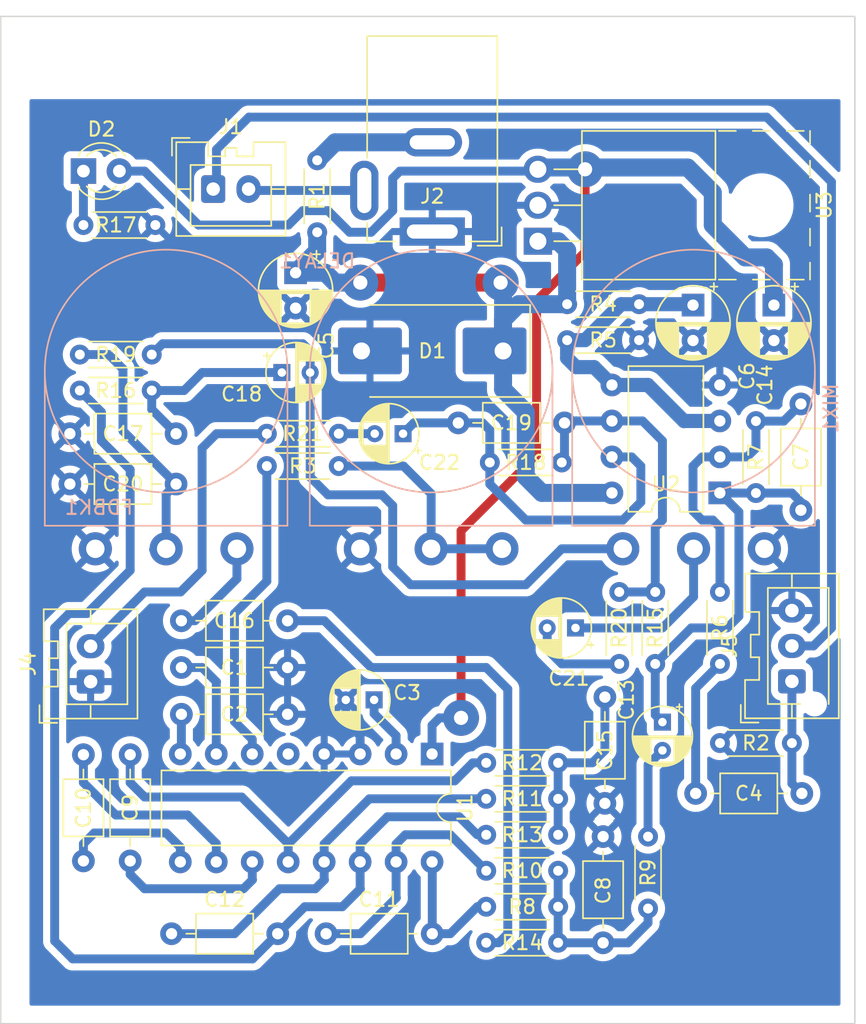
<source format=kicad_pcb>
(kicad_pcb (version 20221018) (generator pcbnew)
  (layers (0 "F.Cu" signal) (31 "B.Cu" signal) (34 "B.Paste" user) (35 "F.Paste" user) (36 "B.SilkS" user "B.Silkscreen") (37 "F.SilkS" user "F.Silkscreen") (38 "B.Mask" user) (39 "F.Mask" user) (44 "Edge.Cuts" user))
  (net 0 "")
  (net 1 "Net-(U1-CC1)")
  (net 2 "Net-(J5-Pin_1)")
  (net 3 "Net-(U1-CC0)")
  (net 4 "Net-(U1-REF)")
  (net 5 "Net-(J1-Pin_1)")
  (net 6 "Net-(C4-Pad2)")
  (net 7 "Net-(D1-K)")
  (net 8 "GND")
  (net 9 "Vref")
  (net 10 "Net-(U2A--)")
  (net 11 "Net-(C13-Pad1)")
  (net 12 "Net-(C8-Pad2)")
  (net 13 "Net-(U1-OP2-OUT)")
  (net 14 "Net-(U1-OP2-IN)")
  (net 15 "Net-(U1-OP1-IN)")
  (net 16 "Net-(U1-OP1-OUT)")
  (net 17 "Net-(U1-LPF1-OUT)")
  (net 18 "Net-(U1-LPF1-IN)")
  (net 19 "Net-(U1-LPF2-IN)")
  (net 20 "Net-(U1-LPF2-OUT)")
  (net 21 "Net-(C13-Pad2)")
  (net 22 "VDD")
  (net 23 "Net-(C15-Pad2)")
  (net 24 "Net-(C16-Pad1)")
  (net 25 "Net-(C16-Pad2)")
  (net 26 "Net-(C17-Pad2)")
  (net 27 "Net-(C18-Pad2)")
  (net 28 "Net-(U2B--)")
  (net 29 "Net-(C19-Pad2)")
  (net 30 "Net-(C20-Pad2)")
  (net 31 "Net-(C21-Pad1)")
  (net 32 "Net-(C21-Pad2)")
  (net 33 "Net-(C22-Pad2)")
  (net 34 "Net-(DELAY1-Pad2)")
  (net 35 "Net-(J1-Pin_2)")
  (net 36 "Net-(J4-Pin_2)")
  (net 37 "Net-(U1-VCO)")
  (net 38 "Net-(D2-K)")
  (net 40 "Net-(J2-Pad2)")
  (footprint "Connector_JST:JST_XA_B02B-XASK-1_1x02_P2.50mm_Vertical" (layer "F.Cu") (at 63.266 37.592)
    (fp_text reference "J1")
    (fp_text value "IN")
  )
  (footprint "Resistor_THT:R_Axial_DIN0204_L3.6mm_D1.6mm_P5.08mm_Horizontal" (layer "F.Cu") (at 94.488 66.04 -90)
    (fp_text reference "R15")
    (fp_text value "22K")
  )
  (footprint "Resistor_THT:R_Axial_DIN0204_L3.6mm_D1.6mm_P5.08mm_Horizontal" (layer "F.Cu") (at 82.55 83.185)
    (fp_text reference "R13")
    (fp_text value "20K")
  )
  (footprint "Resistor_THT:R_Axial_DIN0204_L3.6mm_D1.6mm_P5.08mm_Horizontal" (layer "F.Cu") (at 99.06 76.708)
    (fp_text reference "R2")
    (fp_text value "1M")
  )
  (footprint "Capacitor_THT:CP_Radial_D4.0mm_P2.00mm" (layer "F.Cu") (at 68.115401 50.546)
    (fp_text reference "C18")
    (fp_text value "1uF")
  )
  (footprint "Capacitor_THT:C_Axial_L3.8mm_D2.6mm_P7.50mm_Horizontal" (layer "F.Cu") (at 57.404 77.53 -90)
    (fp_text reference "C9")
    (fp_text value "100nF")
  )
  (footprint "Resistor_THT:R_Axial_DIN0204_L3.6mm_D1.6mm_P5.08mm_Horizontal" (layer "F.Cu") (at 87.63 85.725 180)
    (fp_text reference "R10")
    (fp_text value "10K")
  )
  (footprint "Resistor_THT:R_Axial_DIN0204_L3.6mm_D1.6mm_P5.08mm_Horizontal" (layer "F.Cu") (at 67.056 54.864)
    (fp_text reference "R21")
    (fp_text value "1K")
  )
  (footprint "Capacitor_THT:C_Axial_L3.8mm_D2.6mm_P7.50mm_Horizontal" (layer "F.Cu") (at 90.805 83.312 -90)
    (fp_text reference "C8")
    (fp_text value "4n7F")
  )
  (footprint "Resistor_THT:R_Axial_DIN0204_L3.6mm_D1.6mm_P5.08mm_Horizontal" (layer "F.Cu") (at 82.55 78.105)
    (fp_text reference "R12")
    (fp_text value "10K")
  )
  (footprint "Capacitor_THT:CP_Radial_D4.0mm_P2.00mm" (layer "F.Cu") (at 76.676 54.864 180)
    (fp_text reference "C22")
    (fp_text value "1uF")
  )
  (footprint "LED_THT:LED_D3.0mm_IRBlack" (layer "F.Cu") (at 54.102 36.322)
    (fp_text reference "D2")
    (fp_text value "IR204A")
  )
  (footprint "Capacitor_THT:C_Axial_L3.8mm_D2.6mm_P7.50mm_Horizontal" (layer "F.Cu") (at 88.078 54.102 180)
    (fp_text reference "C19")
    (fp_text value "100pF")
  )
  (footprint "Resistor_THT:R_Axial_DIN0204_L3.6mm_D1.6mm_P5.08mm_Horizontal" (layer "F.Cu") (at 72.136 57.15 180)
    (fp_text reference "R3")
    (fp_text value "2K7")
  )
  (footprint "Resistor_THT:R_Axial_DIN0204_L3.6mm_D1.6mm_P5.08mm_Horizontal" (layer "F.Cu") (at 101.6 59.055 90)
    (fp_text reference "R7")
    (fp_text value "360K")
  )
  (footprint "Capacitor_THT:CP_Radial_D4.0mm_P2.00mm" (layer "F.Cu") (at 88.8566 68.58 180)
    (fp_text reference "C21")
    (fp_text value "1uF")
  )
  (footprint "Diode_SMD:D_SMC-RM10_Universal_Handsoldering" (layer "F.Cu") (at 78.74 49.022 180)
    (fp_text reference "D1")
    (fp_text value "D")
  )
  (footprint "Capacitor_THT:C_Axial_L3.8mm_D2.6mm_P7.50mm_Horizontal" (layer "F.Cu") (at 90.932 80.966 90)
    (fp_text reference "C15")
    (fp_text value "15nF")
  )
  (footprint "Capacitor_THT:C_Axial_L3.8mm_D2.6mm_P7.50mm_Horizontal" (layer "F.Cu") (at 104.842 80.264 180)
    (fp_text reference "C4")
    (fp_text value "22nF")
  )
  (footprint "Capacitor_THT:C_Axial_L3.8mm_D2.6mm_P7.50mm_Horizontal" (layer "F.Cu") (at 61.02 71.374)
    (fp_text reference "C1")
    (fp_text value "100nF")
  )
  (footprint "Capacitor_THT:CP_Radial_D5.0mm_P2.50mm" (layer "F.Cu") (at 102.87 45.784888 -90)
    (fp_text reference "C14")
    (fp_text value "100uF")
  )
  (footprint "Resistor_THT:R_Axial_DIN0204_L3.6mm_D1.6mm_P5.08mm_Horizontal" (layer "F.Cu") (at 99.06 66.04 -90)
    (fp_text reference "R6")
    (fp_text value "180K")
  )
  (footprint "Package_TO_SOT_THT:TO-220F-3_Horizontal_TabUp" (layer "F.Cu") (at 86.2 41.275 90)
    (fp_text reference "U3")
    (fp_text value "L7805")
  )
  (footprint "Connector_JST:JST_XA_B03B-XASK-1-A_1x03_P2.50mm_Vertical" (layer "F.Cu") (at 104.14 72.35 90)
    (fp_text reference "J5")
    (fp_text value "IN")
  )
  (footprint "Connector_JST:JST_XA_B02B-XASK-1_1x02_P2.50mm_Vertical" (layer "F.Cu") (at 54.61 72.37 90)
    (fp_text reference "J4")
    (fp_text value "IN")
  )
  (footprint "Capacitor_THT:C_Axial_L3.8mm_D2.6mm_P7.50mm_Horizontal" (layer "F.Cu") (at 61.02 68.072)
    (fp_text reference "C16")
    (fp_text value "22nF")
  )
  (footprint "Capacitor_THT:C_Axial_L3.8mm_D2.6mm_P7.50mm_Horizontal" (layer "F.Cu") (at 61.02 74.676)
    (fp_text reference "C2")
    (fp_text value "100nF")
  )
  (footprint "Capacitor_THT:CP_Radial_D5.0mm_P2.50mm" (layer "F.Cu") (at 69.088 43.498888 -90)
    (fp_text reference "C5")
    (fp_text value "100uF")
  )
  (footprint "Resistor_THT:R_Axial_DIN0204_L3.6mm_D1.6mm_P5.08mm_Horizontal" (layer "F.Cu") (at 87.63 88.265 180)
    (fp_text reference "R8")
    (fp_text value "10K")
  )
  (footprint "Resistor_THT:R_Axial_DIN0204_L3.6mm_D1.6mm_P5.08mm_Horizontal" (layer "F.Cu") (at 82.55 80.645)
    (fp_text reference "R11")
    (fp_text value "10K")
  )
  (footprint "Capacitor_THT:CP_Radial_D4.0mm_P2.00mm" (layer "F.Cu") (at 94.996 75.227401 -90)
    (fp_text reference "C13")
    (fp_text value "1uF")
  )
  (footprint "Capacitor_THT:C_Axial_L3.8mm_D2.6mm_P7.50mm_Horizontal" (layer "F.Cu") (at 60.325 90.17)
    (fp_text reference "C12")
    (fp_text value "2n2F")
  )
  (footprint "Resistor_THT:R_Axial_DIN0204_L3.6mm_D1.6mm_P5.08mm_Horizontal" (layer "F.Cu") (at 53.848 51.816)
    (fp_text reference "R16")
    (fp_text value "1K")
  )
  (footprint "Capacitor_THT:CP_Radial_D5.0mm_P2.50mm" (layer "F.Cu") (at 97.155 45.784888 -90)
    (fp_text reference "C6")
    (fp_text value "100uF")
  )
  (footprint "Capacitor_THT:C_Axial_L3.8mm_D2.6mm_P7.50mm_Horizontal" (layer "F.Cu") (at 53.146 58.42)
    (fp_text reference "C20")
    (fp_text value "47nF")
  )
  (footprint "Capacitor_THT:CP_Radial_D4.0mm_P2.00mm" (layer "F.Cu") (at 74.6326 73.66 180)
    (fp_text reference "C3")
    (fp_text value "47uF")
  )
  (footprint "Resistor_THT:R_Axial_DIN0204_L3.6mm_D1.6mm_P5.08mm_Horizontal" (layer "F.Cu") (at 93.345 48.26 180)
    (fp_text reference "R5")
    (fp_text value "10k")
  )
  (footprint "Connector_BarrelJack:BarrelJack_GCT_DCJ200-10-A_Horizontal" (layer "F.Cu") (at 78.74 40.59 180)
    (fp_text reference "J2")
    (fp_text value "Barrel_Jack_Switch")
  )
  (footprint "Resistor_THT:R_Axial_DIN0204_L3.6mm_D1.6mm_P5.08mm_Horizontal" (layer "F.Cu") (at 93.98 83.312 -90)
    (fp_text reference "R9")
    (fp_text value "10K")
  )
  (footprint "Capacitor_THT:C_Axial_L3.8mm_D2.6mm_P7.50mm_Horizontal" (layer "F.Cu") (at 71.24 90.17)
    (fp_text reference "C11")
    (fp_text value "2n2F")
  )
  (footprint "Capacitor_THT:C_Axial_L3.8mm_D2.6mm_P7.50mm_Horizontal" (layer "F.Cu") (at 54.102 77.53 -90)
    (fp_text reference "C10")
    (fp_text value "100nF")
  )
  (footprint "Resistor_THT:R_Axial_DIN0204_L3.6mm_D1.6mm_P5.08mm_Horizontal" (layer "F.Cu") (at 82.55 90.805)
    (fp_text reference "R14")
    (fp_text value "5K1")
  )
  (footprint "Resistor_THT:R_Axial_DIN0204_L3.6mm_D1.6mm_P5.08mm_Horizontal" (layer "F.Cu") (at 58.928 49.276 180)
    (fp_text reference "R19")
    (fp_text value "2K")
  )
  (footprint "Resistor_THT:R_Axial_DIN0204_L3.6mm_D1.6mm_P5.08mm_Horizontal" (layer "F.Cu") (at 59.182 40.132 180)
    (fp_text reference "R17")
    (fp_text value "10k")
  )
  (footprint "Capacitor_THT:C_Axial_L3.8mm_D2.6mm_P7.50mm_Horizontal" (layer "F.Cu") (at 104.775 52.765 -90)
    (fp_text reference "C7")
    (fp_text value "47pF")
  )
  (footprint "Resistor_THT:R_Axial_DIN0204_L3.6mm_D1.6mm_P5.08mm_Horizontal" (layer "F.Cu") (at 93.345 45.72 180)
    (fp_text reference "R4")
    (fp_text value "10k")
  )
  (footprint "Resistor_THT:R_Axial_DIN0204_L3.6mm_D1.6mm_P5.08mm_Horizontal" (layer "F.Cu") (at 82.804 56.896)
    (fp_text reference "R18")
    (fp_text value "12K")
  )
  (footprint "Resistor_THT:R_Axial_DIN0204_L3.6mm_D1.6mm_P5.08mm_Horizontal" (layer "F.Cu") (at 91.948 71.12 90)
    (fp_text reference "R20")
    (fp_text value "20K")
  )
  (footprint "Capacitor_THT:C_Axial_L3.8mm_D2.6mm_P7.50mm_Horizontal" (layer "F.Cu") (at 53.146 54.864)
    (fp_text reference "C17")
    (fp_text value "10nF")
  )
  (footprint "Package_DIP:DIP-16_W7.62mm" (layer "F.Cu") (at 78.725 77.48 -90)
    (fp_text reference "U1")
    (fp_text value "PT2399")
  )
  (footprint "Resistor_THT:R_Axial_DIN0204_L3.6mm_D1.6mm_P5.08mm_Horizontal" (layer "F.Cu") (at 70.612 35.56 -90)
    (fp_text reference "R1")
    (fp_text value "33R")
  )
  (footprint "Package_DIP:DIP-8_W7.62mm" (layer "F.Cu") (at 99.05 59.045 180)
    (fp_text reference "U2")
    (fp_text value "TL072")
  )
  (footprint "Potentiometer_THT:Potentiometer_Omeg_PC16BU_Vertical" (layer "B.Cu") (at 54.944 62.992 90)
    (fp_text reference "FDBK1")
    (fp_text value "50K")
  )
  (footprint "Potentiometer_THT:Potentiometer_Omeg_PC16BU_Vertical" (layer "B.Cu") (at 92.195 62.992 90)
    (fp_text reference "MIX1")
    (fp_text value "50K")
  )
  (footprint "Potentiometer_THT:Potentiometer_Omeg_PC16BU_Vertical" (layer "B.Cu") (at 73.66 62.992 90)
    (fp_text reference "DELAY1")
    (fp_text value "50K")
  )
  (gr_rect (start 48.26 25.4) (end 108.585 96.52) (stroke (width 0.1)) (fill none) (layer "Edge.Cuts"))
  (segment (start 63.5 72.39) (end 63.485 72.405) (width 0.63) (layer "B.Cu") (net 1))
  (segment (start 61.02 71.374) (end 62.484 71.374) (width 0.63) (layer "B.Cu") (net 1))
  (segment (start 63.485 72.405) (end 63.485 77.48) (width 0.63) (layer "B.Cu") (net 1))
  (segment (start 62.484 71.374) (end 63.5 72.39) (width 0.63) (layer "B.Cu") (net 1))
  (segment (start 104.14 72.37) (end 104.14 76.708) (width 0.63) (layer "B.Cu") (net 2))
  (segment (start 104.14 76.708) (end 104.14 79.562) (width 0.63) (layer "B.Cu") (net 2))
  (segment (start 104.14 79.562) (end 104.842 80.264) (width 0.63) (layer "B.Cu") (net 2))
  (segment (start 61.02 77.405) (end 60.945 77.48) (width 0.63) (layer "B.Cu") (net 3))
  (segment (start 61.02 74.295) (end 61.02 77.405) (width 0.63) (layer "B.Cu") (net 3))
  (segment (start 76.185 76.185) (end 74.6326 74.6326) (width 0.63) (layer "B.Cu") (net 4))
  (segment (start 76.185 77.48) (end 76.185 76.185) (width 0.63) (layer "B.Cu") (net 4))
  (segment (start 74.6326 74.6326) (end 74.6326 73.66) (width 0.63) (layer "B.Cu") (net 4))
  (segment (start 65.786 32.512) (end 63.5 34.798) (width 0.63) (layer "B.Cu") (net 5))
  (segment (start 63.5 37.358) (end 63.266 37.592) (width 0.63) (layer "B.Cu") (net 5))
  (segment (start 63.5 34.798) (end 63.5 37.358) (width 0.63) (layer "B.Cu") (net 5))
  (segment (start 106.934 68.58) (end 106.934 37.084) (width 0.63) (layer "B.Cu") (net 5))
  (segment (start 105.664 69.85) (end 106.934 68.58) (width 0.63) (layer "B.Cu") (net 5))
  (segment (start 102.362 32.512) (end 65.786 32.512) (width 0.63) (layer "B.Cu") (net 5))
  (segment (start 104.14 69.85) (end 105.664 69.85) (width 0.63) (layer "B.Cu") (net 5))
  (segment (start 106.934 37.084) (end 102.362 32.512) (width 0.63) (layer "B.Cu") (net 5))
  (segment (start 97.342 80.264) (end 97.342 72.838) (width 0.63) (layer "B.Cu") (net 6))
  (segment (start 97.342 72.838) (end 99.06 71.12) (width 0.63) (layer "B.Cu") (net 6))
  (segment (start 83.566 44.196) (end 73.66 44.196) (width 1.27) (layer "F.Cu") (net 7))
  (via (at 73.66 44.196) (size 2.54) (drill 1) (layers "F.Cu" "B.Cu") (net 7))
  (via (at 83.566 44.196) (size 2.54) (drill 1) (layers "F.Cu" "B.Cu") (net 7))
  (segment (start 69.152888 43.434) (end 69.088 43.498888) (width 1.27) (layer "B.Cu") (net 7))
  (segment (start 86.477 59.045) (end 85.344 57.912) (width 1.27) (layer "B.Cu") (net 7))
  (segment (start 85.344 53.34) (end 83.74 51.736) (width 1.27) (layer "B.Cu") (net 7))
  (segment (start 83.74 49.022) (end 83.74 44.37) (width 1.27) (layer "B.Cu") (net 7))
  (segment (start 71.882 44.196) (end 71.184888 43.498888) (width 1.27) (layer "B.Cu") (net 7))
  (segment (start 83.74 51.736) (end 83.74 49.022) (width 1.27) (layer "B.Cu") (net 7))
  (segment (start 87.63 41.275) (end 88.265 41.91) (width 1.27) (layer "B.Cu") (net 7))
  (segment (start 70.612 40.64) (end 70.547113 40.704887) (width 1.27) (layer "B.Cu") (net 7))
  (segment (start 71.184888 43.498888) (end 69.088 43.498888) (width 1.27) (layer "B.Cu") (net 7))
  (segment (start 70.612 41.974888) (end 69.088 43.498888) (width 1.27) (layer "B.Cu") (net 7))
  (segment (start 91.43 59.045) (end 86.477 59.045) (width 1.27) (layer "B.Cu") (net 7))
  (segment (start 83.74 49.022) (end 82.978 48.26) (width 1.27) (layer "B.Cu") (net 7))
  (segment (start 88.265 41.91) (end 88.265 45.72) (width 1.27) (layer "B.Cu") (net 7))
  (segment (start 88.265 45.72) (end 84.836 45.72) (width 1.27) (layer "B.Cu") (net 7))
  (segment (start 83.74 44.37) (end 83.566 44.196) (width 1.27) (layer "B.Cu") (net 7))
  (segment (start 73.66 44.196) (end 71.882 44.196) (width 1.27) (layer "B.Cu") (net 7))
  (segment (start 85.344 57.912) (end 85.344 53.34) (width 1.27) (layer "B.Cu") (net 7))
  (segment (start 83.74 46.816) (end 83.74 48.26) (width 1.27) (layer "B.Cu") (net 7))
  (segment (start 86.2 41.275) (end 87.63 41.275) (width 1.27) (layer "B.Cu") (net 7))
  (segment (start 84.836 45.72) (end 83.74 46.816) (width 1.27) (layer "B.Cu") (net 7))
  (segment (start 70.612 40.64) (end 70.612 41.974888) (width 1.27) (layer "B.Cu") (net 7))
  (segment (start 83.74 48.26) (end 83.74 49.022) (width 1.27) (layer "B.Cu") (net 7))
  (segment (start 73.645 77.48) (end 73.645 76.185) (width 0.63) (layer "B.Cu") (net 8))
  (segment (start 73.645 76.185) (end 72.6326 75.1726) (width 0.63) (layer "B.Cu") (net 8))
  (segment (start 72.6326 75.1726) (end 72.6326 73.66) (width 0.63) (layer "B.Cu") (net 8))
  (segment (start 88.265 49.53) (end 88.265 48.26) (width 1) (layer "B.Cu") (net 9))
  (segment (start 90.17 50.165) (end 88.9 50.165) (width 1) (layer "B.Cu") (net 9))
  (segment (start 96.52 53.975) (end 93.97 51.425) (width 1) (layer "B.Cu") (net 9))
  (segment (start 88.9 50.165) (end 88.265 49.53) (width 1) (layer "B.Cu") (net 9))
  (segment (start 96.53 53.965) (end 96.52 53.975) (width 1) (layer "B.Cu") (net 9))
  (segment (start 93.345 45.72) (end 92.075 45.72) (width 1) (layer "B.Cu") (net 9))
  (segment (start 93.97 51.425) (end 91.43 51.425) (width 1) (layer "B.Cu") (net 9))
  (segment (start 97.090112 45.72) (end 97.155 45.784888) (width 1) (layer "B.Cu") (net 9))
  (segment (start 89.535 48.26) (end 88.265 48.26) (width 1) (layer "B.Cu") (net 9))
  (segment (start 93.345 45.72) (end 97.090112 45.72) (width 1) (layer "B.Cu") (net 9))
  (segment (start 91.43 51.425) (end 90.17 50.165) (width 1) (layer "B.Cu") (net 9))
  (segment (start 99.06 53.965) (end 96.53 53.965) (width 1) (layer "B.Cu") (net 9))
  (segment (start 92.075 45.72) (end 89.535 48.26) (width 1) (layer "B.Cu") (net 9))
  (segment (start 101.6 53.975) (end 103.565 53.975) (width 0.63) (layer "B.Cu") (net 10))
  (segment (start 100.975 56.505) (end 97.8 56.505) (width 0.63) (layer "B.Cu") (net 10))
  (segment (start 97.8 56.505) (end 97.155 57.15) (width 0.63) (layer "B.Cu") (net 10))
  (segment (start 98.552 60.96) (end 99.06 61.468) (width 0.63) (layer "B.Cu") (net 10))
  (segment (start 99.06 61.468) (end 99.06 66.04) (width 0.63) (layer "B.Cu") (net 10))
  (segment (start 97.79 60.96) (end 98.552 60.96) (width 0.63) (layer "B.Cu") (net 10))
  (segment (start 97.155 57.15) (end 97.155 60.325) (width 0.63) (layer "B.Cu") (net 10))
  (segment (start 101.6 53.975) (end 101.6 55.88) (width 0.63) (layer "B.Cu") (net 10))
  (segment (start 101.6 55.88) (end 100.975 56.505) (width 0.63) (layer "B.Cu") (net 10))
  (segment (start 97.155 60.325) (end 97.79 60.96) (width 0.63) (layer "B.Cu") (net 10))
  (segment (start 103.565 53.975) (end 104.775 52.765) (width 0.63) (layer "B.Cu") (net 10))
  (segment (start 99.05 59.045) (end 100.398 60.393) (width 0.63) (layer "B.Cu") (net 11))
  (segment (start 104.14 59.055) (end 102.235 59.055) (width 0.63) (layer "B.Cu") (net 11))
  (segment (start 100.398 67.75) (end 99.568 68.58) (width 0.63) (layer "B.Cu") (net 11))
  (segment (start 100.398 60.393) (end 100.398 67.75) (width 0.63) (layer "B.Cu") (net 11))
  (segment (start 102.235 59.055) (end 99.695 59.055) (width 0.63) (layer "B.Cu") (net 11))
  (segment (start 94.488 71.12) (end 94.488 74.719401) (width 0.63) (layer "B.Cu") (net 11))
  (segment (start 99.695 59.055) (end 99.685 59.045) (width 0.63) (layer "B.Cu") (net 11))
  (segment (start 97.028 68.58) (end 94.488 71.12) (width 0.63) (layer "B.Cu") (net 11))
  (segment (start 99.568 68.58) (end 97.028 68.58) (width 0.63) (layer "B.Cu") (net 11))
  (segment (start 94.488 74.719401) (end 94.996 75.227401) (width 0.63) (layer "B.Cu") (net 11))
  (segment (start 104.775 59.69) (end 104.14 59.055) (width 0.63) (layer "B.Cu") (net 11))
  (segment (start 104.775 60.265) (end 104.775 59.69) (width 0.63) (layer "B.Cu") (net 11))
  (segment (start 87.63 90.805) (end 87.63 88.265) (width 0.63) (layer "B.Cu") (net 12))
  (segment (start 87.637 90.812) (end 87.63 90.805) (width 0.63) (layer "B.Cu") (net 12))
  (segment (start 93.98 88.392) (end 93.98 89.408) (width 0.63) (layer "B.Cu") (net 12))
  (segment (start 90.805 90.812) (end 87.637 90.812) (width 0.63) (layer "B.Cu") (net 12))
  (segment (start 93.98 89.408) (end 92.576 90.812) (width 0.63) (layer "B.Cu") (net 12))
  (segment (start 92.576 90.812) (end 90.805 90.812) (width 0.63) (layer "B.Cu") (net 12))
  (segment (start 87.63 85.725) (end 87.63 88.265) (width 0.63) (layer "B.Cu") (net 12))
  (segment (start 57.404 79.502) (end 58.42 80.518) (width 0.63) (layer "B.Cu") (net 13))
  (segment (start 68.565 84.47) (end 68.565 85.1) (width 0.63) (layer "B.Cu") (net 13))
  (segment (start 65.278 80.518) (end 68.565 83.805) (width 0.63) (layer "B.Cu") (net 13))
  (segment (start 68.565 83.805) (end 68.565 85.1) (width 0.63) (layer "B.Cu") (net 13))
  (segment (start 58.42 80.518) (end 65.278 80.518) (width 0.63) (layer "B.Cu") (net 13))
  (segment (start 82.55 78.105) (end 81.5975 78.105) (width 0.63) (layer "B.Cu") (net 13))
  (segment (start 81.5975 78.105) (end 80.3275 79.375) (width 0.63) (layer "B.Cu") (net 13))
  (segment (start 80.3275 79.375) (end 73.025 79.375) (width 0.63) (layer "B.Cu") (net 13))
  (segment (start 57.404 77.53) (end 57.404 79.502) (width 0.63) (layer "B.Cu") (net 13))
  (segment (start 73.025 79.375) (end 68.595 83.805) (width 0.63) (layer "B.Cu") (net 13))
  (segment (start 68.595 83.805) (end 68.565 83.805) (width 0.63) (layer "B.Cu") (net 13))
  (segment (start 66.025 86.345) (end 66.025 85.1) (width 0.63) (layer "B.Cu") (net 14))
  (segment (start 57.404 85.03) (end 57.404 85.979) (width 0.63) (layer "B.Cu") (net 14))
  (segment (start 65.405 86.995) (end 66.04 86.36) (width 0.63) (layer "B.Cu") (net 14))
  (segment (start 57.404 85.979) (end 58.42 86.995) (width 0.63) (layer "B.Cu") (net 14))
  (segment (start 58.42 86.995) (end 65.405 86.995) (width 0.63) (layer "B.Cu") (net 14))
  (segment (start 66.04 86.36) (end 66.025 86.345) (width 0.63) (layer "B.Cu") (net 14))
  (segment (start 61.468 81.788) (end 63.485 83.805) (width 0.63) (layer "B.Cu") (net 15))
  (segment (start 54.102 79.502) (end 56.388 81.788) (width 0.63) (layer "B.Cu") (net 15))
  (segment (start 63.485 83.805) (end 63.485 85.1) (width 0.63) (layer "B.Cu") (net 15))
  (segment (start 54.102 77.53) (end 54.102 79.502) (width 0.63) (layer "B.Cu") (net 15))
  (segment (start 56.388 81.788) (end 61.468 81.788) (width 0.63) (layer "B.Cu") (net 15))
  (segment (start 54.102 83.82) (end 54.864 83.058) (width 0.63) (layer "B.Cu") (net 16))
  (segment (start 54.864 83.058) (end 59.944 83.058) (width 0.63) (layer "B.Cu") (net 16))
  (segment (start 60.945 84.059) (end 60.945 85.1) (width 0.63) (layer "B.Cu") (net 16))
  (segment (start 59.944 83.058) (end 60.945 84.059) (width 0.63) (layer "B.Cu") (net 16))
  (segment (start 54.102 85.03) (end 54.102 83.82) (width 0.63) (layer "B.Cu") (net 16))
  (segment (start 76.2 87.63) (end 76.185 87.615) (width 0.63) (layer "B.Cu") (net 17))
  (segment (start 82.55 85.725) (end 80.01 83.185) (width 0.63) (layer "B.Cu") (net 17))
  (segment (start 73.66 90.17) (end 76.2 87.63) (width 0.63) (layer "B.Cu") (net 17))
  (segment (start 76.185 83.835) (end 76.185 85.1) (width 0.63) (layer "B.Cu") (net 17))
  (segment (start 76.835 83.185) (end 76.185 83.835) (width 0.63) (layer "B.Cu") (net 17))
  (segment (start 71.24 90.17) (end 73.66 90.17) (width 0.63) (layer "B.Cu") (net 17))
  (segment (start 76.185 87.615) (end 76.185 85.1) (width 0.63) (layer "B.Cu") (net 17))
  (segment (start 80.01 83.185) (end 76.835 83.185) (width 0.63) (layer "B.Cu") (net 17))
  (segment (start 78.74 90.17) (end 80.01 90.17) (width 0.63) (layer "B.Cu") (net 18))
  (segment (start 78.74 85.115) (end 78.725 85.1) (width 0.63) (layer "B.Cu") (net 18))
  (segment (start 80.01 90.17) (end 81.915 88.265) (width 0.63) (layer "B.Cu") (net 18))
  (segment (start 78.74 90.17) (end 78.74 85.115) (width 0.63) (layer "B.Cu") (net 18))
  (segment (start 81.915 88.265) (end 82.55 88.265) (width 0.63) (layer "B.Cu") (net 18))
  (segment (start 71.12 86.36) (end 71.105 86.345) (width 0.63) (layer "B.Cu") (net 19))
  (segment (start 60.325 90.17) (end 64.77 90.17) (width 0.63) (layer "B.Cu") (net 19))
  (segment (start 82.55 80.645) (end 74.295 80.645) (width 0.63) (layer "B.Cu") (net 19))
  (segment (start 64.77 90.17) (end 67.945 86.995) (width 0.63) (layer "B.Cu") (net 19))
  (segment (start 70.485 86.995) (end 71.12 86.36) (width 0.63) (layer "B.Cu") (net 19))
  (segment (start 67.945 86.995) (end 70.485 86.995) (width 0.63) (layer "B.Cu") (net 19))
  (segment (start 74.295 80.645) (end 71.105 83.835) (width 0.63) (layer "B.Cu") (net 19))
  (segment (start 71.105 83.835) (end 71.105 85.1) (width 0.63) (layer "B.Cu") (net 19))
  (segment (start 71.105 86.345) (end 71.105 85.1) (width 0.63) (layer "B.Cu") (net 19))
  (segment (start 66.047 91.948) (end 67.825 90.17) (width 0.63) (layer "B.Cu") (net 20))
  (segment (start 81.915 83.185) (end 80.645 81.915) (width 0.63) (layer "B.Cu") (net 20))
  (segment (start 52.07 90.678) (end 53.34 91.948) (width 0.63) (layer "B.Cu") (net 20))
  (segment (start 73.645 83.835) (end 73.645 85.1) (width 0.63) (layer "B.Cu") (net 20))
  (segment (start 55.372 55.372) (end 57.404 57.404) (width 0.63) (layer "B.Cu") (net 20))
  (segment (start 53.086 67.564) (end 52.07 68.58) (width 0.63) (layer "B.Cu") (net 20))
  (segment (start 57.404 57.404) (end 57.404 64.516) (width 0.63) (layer "B.Cu") (net 20))
  (segment (start 69.73 88.265) (end 72.39 88.265) (width 0.63) (layer "B.Cu") (net 20))
  (segment (start 67.825 90.17) (end 69.73 88.265) (width 0.63) (layer "B.Cu") (net 20))
  (segment (start 55.372 53.34) (end 55.372 55.372) (width 0.63) (layer "B.Cu") (net 20))
  (segment (start 54.356 67.564) (end 53.086 67.564) (width 0.63) (layer "B.Cu") (net 20))
  (segment (start 80.645 81.915) (end 75.565 81.915) (width 0.63) (layer "B.Cu") (net 20))
  (segment (start 52.07 68.58) (end 52.07 90.678) (width 0.63) (layer "B.Cu") (net 20))
  (segment (start 75.565 81.915) (end 73.645 83.835) (width 0.63) (layer "B.Cu") (net 20))
  (segment (start 57.404 64.516) (end 54.356 67.564) (width 0.63) (layer "B.Cu") (net 20))
  (segment (start 73.66 86.995) (end 73.645 86.98) (width 0.63) (layer "B.Cu") (net 20))
  (segment (start 53.34 91.948) (end 66.047 91.948) (width 0.63) (layer "B.Cu") (net 20))
  (segment (start 72.39 88.265) (end 73.66 86.995) (width 0.63) (layer "B.Cu") (net 20))
  (segment (start 53.848 51.816) (end 55.372 53.34) (width 0.63) (layer "B.Cu") (net 20))
  (segment (start 73.645 86.98) (end 73.645 85.1) (width 0.63) (layer "B.Cu") (net 20))
  (segment (start 93.98 78.243401) (end 94.996 77.227401) (width 0.63) (layer "B.Cu") (net 21))
  (segment (start 93.98 83.312) (end 93.98 78.243401) (width 0.63) (layer "B.Cu") (net 21))
  (segment (start 89.535 42.037) (end 86.106 45.466) (width 0.63) (layer "F.Cu") (net 22))
  (segment (start 89.535 36.195) (end 89.535 42.037) (width 0.63) (layer "F.Cu") (net 22))
  (segment (start 86.106 45.466) (end 86.106 56.388) (width 0.63) (layer "F.Cu") (net 22))
  (segment (start 80.772 61.722) (end 80.772 74.93) (width 0.63) (layer "F.Cu") (net 22))
  (segment (start 86.106 56.388) (end 80.772 61.722) (width 0.63) (layer "F.Cu") (net 22))
  (via (at 80.772 74.93) (size 2.54) (drill 1) (layers "F.Cu" "B.Cu") (net 22))
  (via (at 89.535 36.195) (size 2.54) (drill 1) (layers "F.Cu" "B.Cu") (net 22))
  (segment (start 98.552 40.132) (end 98.552 37.846) (width 1.27) (layer "B.Cu") (net 22))
  (segment (start 76.454 36.322) (end 86.073 36.322) (width 0.63) (layer "B.Cu") (net 22))
  (segment (start 74.422 40.64) (end 75.946 39.116) (width 0.63) (layer "B.Cu") (net 22))
  (segment (start 86.073 36.322) (end 86.2 36.195) (width 0.63) (layer "B.Cu") (net 22))
  (segment (start 89.408 36.068) (end 86.327 36.068) (width 1.27) (layer "B.Cu") (net 22))
  (segment (start 78.725 75.453) (end 79.248 74.93) (width 0.63) (layer "B.Cu") (net 22))
  (segment (start 102.87 45.784888) (end 102.87 42.926) (width 1.27) (layer "B.Cu") (net 22))
  (segment (start 102.87 42.926) (end 102.362 42.418) (width 1.27) (layer "B.Cu") (net 22))
  (segment (start 79.248 74.93) (end 80.772 74.93) (width 0.63) (layer "B.Cu") (net 22))
  (segment (start 89.662 36.068) (end 89.535 36.195) (width 1.27) (layer "B.Cu") (net 22))
  (segment (start 102.362 42.418) (end 100.838 42.418) (width 1.27) (layer "B.Cu") (net 22))
  (segment (start 56.642 36.322) (end 58.42 36.322) (width 0.63) (layer "B.Cu") (net 22))
  (segment (start 68.58 40.132) (end 69.596 39.116) (width 0.63) (layer "B.Cu") (net 22))
  (segment (start 78.725 77.48) (end 78.725 75.453) (width 0.63) (layer "B.Cu") (net 22))
  (segment (start 98.552 37.846) (end 96.774 36.068) (width 1.27) (layer "B.Cu") (net 22))
  (segment (start 58.42 36.322) (end 62.23 40.132) (width 0.63) (layer "B.Cu") (net 22))
  (segment (start 89.535 36.195) (end 89.408 36.068) (width 1.27) (layer "B.Cu") (net 22))
  (segment (start 96.774 36.068) (end 89.662 36.068) (width 1.27) (layer "B.Cu") (net 22))
  (segment (start 100.838 42.418) (end 98.552 40.132) (width 1.27) (layer "B.Cu") (net 22))
  (segment (start 72.898 40.64) (end 74.422 40.64) (width 0.63) (layer "B.Cu") (net 22))
  (segment (start 71.374 39.116) (end 72.898 40.64) (width 0.63) (layer "B.Cu") (net 22))
  (segment (start 69.596 39.116) (end 71.374 39.116) (width 0.63) (layer "B.Cu") (net 22))
  (segment (start 75.946 39.116) (end 75.946 36.83) (width 0.63) (layer "B.Cu") (net 22))
  (segment (start 62.23 40.132) (end 68.58 40.132) (width 0.63) (layer "B.Cu") (net 22))
  (segment (start 86.327 36.068) (end 86.2 36.195) (width 1.27) (layer "B.Cu") (net 22))
  (segment (start 75.946 36.83) (end 76.454 36.322) (width 0.63) (layer "B.Cu") (net 22))
  (segment (start 87.63 80.645) (end 87.63 78.105) (width 0.63) (layer "B.Cu") (net 23))
  (segment (start 87.63 83.185) (end 87.63 80.645) (width 0.63) (layer "B.Cu") (net 23))
  (segment (start 87.63 78.105) (end 90.043 78.105) (width 0.63) (layer "B.Cu") (net 23))
  (segment (start 90.043 78.105) (end 90.932 77.216) (width 0.63) (layer "B.Cu") (net 23))
  (segment (start 90.932 77.216) (end 90.932 73.466) (width 0.63) (layer "B.Cu") (net 23))
  (segment (start 61.147 68.072) (end 61.976 68.072) (width 0.63) (layer "B.Cu") (net 24))
  (segment (start 64.944 65.104) (end 64.944 62.992) (width 0.63) (layer "B.Cu") (net 24))
  (segment (start 61.976 68.072) (end 64.944 65.104) (width 0.63) (layer "B.Cu") (net 24))
  (segment (start 61.02 67.945) (end 61.147 68.072) (width 0.63) (layer "B.Cu") (net 24))
  (segment (start 84.074 72.898) (end 82.55 71.374) (width 0.63) (layer "B.Cu") (net 25))
  (segment (start 74.422 71.374) (end 71.12 68.072) (width 0.63) (layer "B.Cu") (net 25))
  (segment (start 71.12 68.072) (end 68.52 68.072) (width 0.63) (layer "B.Cu") (net 25))
  (segment (start 82.55 71.374) (end 74.422 71.374) (width 0.63) (layer "B.Cu") (net 25))
  (segment (start 84.074 90.17) (end 84.074 72.898) (width 0.63) (layer "B.Cu") (net 25))
  (segment (start 83.439 90.805) (end 84.074 90.17) (width 0.63) (layer "B.Cu") (net 25))
  (segment (start 82.55 90.805) (end 83.439 90.805) (width 0.63) (layer "B.Cu") (net 25))
  (segment (start 62.484 50.546) (end 61.214 51.816) (width 0.63) (layer "B.Cu") (net 26))
  (segment (start 58.928 53.146) (end 60.646 54.864) (width 0.63) (layer "B.Cu") (net 26))
  (segment (start 61.214 51.816) (end 58.928 51.816) (width 0.63) (layer "B.Cu") (net 26))
  (segment (start 68.115401 50.546) (end 62.484 50.546) (width 0.63) (layer "B.Cu") (net 26))
  (segment (start 58.928 51.816) (end 58.928 53.146) (width 0.63) (layer "B.Cu") (net 26))
  (segment (start 75.184 59.182) (end 75.946 59.944) (width 0.63) (layer "B.Cu") (net 27))
  (segment (start 75.946 64.262) (end 77.216 65.532) (width 0.63) (layer "B.Cu") (net 27))
  (segment (start 77.216 65.532) (end 85.344 65.532) (width 0.63) (layer "B.Cu") (net 27))
  (segment (start 70.115401 57.923401) (end 71.374 59.182) (width 0.63) (layer "B.Cu") (net 27))
  (segment (start 58.928 49.276) (end 59.69 48.514) (width 0.63) (layer "B.Cu") (net 27))
  (segment (start 70.115401 50.546) (end 70.115401 57.923401) (width 0.63) (layer "B.Cu") (net 27))
  (segment (start 85.344 65.532) (end 87.884 62.992) (width 0.63) (layer "B.Cu") (net 27))
  (segment (start 59.69 48.514) (end 69.596 48.514) (width 0.63) (layer "B.Cu") (net 27))
  (segment (start 69.596 48.514) (end 70.115401 49.033401) (width 0.63) (layer "B.Cu") (net 27))
  (segment (start 75.946 59.944) (end 75.946 64.262) (width 0.63) (layer "B.Cu") (net 27))
  (segment (start 70.115401 49.033401) (end 70.115401 50.546) (width 0.63) (layer "B.Cu") (net 27))
  (segment (start 87.884 62.992) (end 92.195 62.992) (width 0.63) (layer "B.Cu") (net 27))
  (segment (start 71.374 59.182) (end 75.184 59.182) (width 0.63) (layer "B.Cu") (net 27))
  (segment (start 91.43 53.965) (end 88.91 53.965) (width 0.63) (layer "B.Cu") (net 28))
  (segment (start 88.078 54.102) (end 88.078 56.702) (width 0.63) (layer "B.Cu") (net 28))
  (segment (start 94.996 60.96) (end 94.488 61.468) (width 0.63) (layer "B.Cu") (net 28))
  (segment (start 91.43 53.965) (end 93.589 53.965) (width 0.63) (layer "B.Cu") (net 28))
  (segment (start 88.91 53.965) (end 88.9 53.975) (width 0.63) (layer "B.Cu") (net 28))
  (segment (start 88.215 53.965) (end 88.078 54.102) (width 0.63) (layer "B.Cu") (net 28))
  (segment (start 88.078 56.702) (end 87.884 56.896) (width 0.63) (layer "B.Cu") (net 28))
  (segment (start 94.488 66.04) (end 92.456 66.04) (width 0.63) (layer "B.Cu") (net 28))
  (segment (start 93.589 53.965) (end 94.996 55.372) (width 0.63) (layer "B.Cu") (net 28))
  (segment (start 94.996 55.372) (end 94.996 60.96) (width 0.63) (layer "B.Cu") (net 28))
  (segment (start 88.91 53.965) (end 88.215 53.965) (width 0.63) (layer "B.Cu") (net 28))
  (segment (start 94.488 61.468) (end 94.488 66.04) (width 0.63) (layer "B.Cu") (net 28))
  (segment (start 85.344 60.96) (end 82.804 58.42) (width 0.63) (layer "B.Cu") (net 29))
  (segment (start 91.43 56.505) (end 92.827 56.505) (width 0.63) (layer "B.Cu") (net 29))
  (segment (start 80.578 54.102) (end 77.438 54.102) (width 0.63) (layer "B.Cu") (net 29))
  (segment (start 92.827 56.505) (end 93.472 57.15) (width 0.63) (layer "B.Cu") (net 29))
  (segment (start 92.202 60.96) (end 85.344 60.96) (width 0.63) (layer "B.Cu") (net 29))
  (segment (start 82.804 54.61) (end 82.296 54.102) (width 0.63) (layer "B.Cu") (net 29))
  (segment (start 93.472 59.69) (end 92.202 60.96) (width 0.63) (layer "B.Cu") (net 29))
  (segment (start 82.296 54.102) (end 80.578 54.102) (width 0.63) (layer "B.Cu") (net 29))
  (segment (start 93.472 57.15) (end 93.472 59.69) (width 0.63) (layer "B.Cu") (net 29))
  (segment (start 82.804 56.896) (end 82.804 54.61) (width 0.63) (layer "B.Cu") (net 29))
  (segment (start 82.804 58.42) (end 82.804 56.896) (width 0.63) (layer "B.Cu") (net 29))
  (segment (start 77.438 54.102) (end 76.676 54.864) (width 0.63) (layer "B.Cu") (net 29))
  (segment (start 59.055 63.054) (end 59.095 63.094) (width 0.63) (layer "B.Cu") (net 30))
  (segment (start 56.896 54.67) (end 56.896 50.292) (width 0.63) (layer "B.Cu") (net 30))
  (segment (start 56.896 50.292) (end 55.88 49.276) (width 0.63) (layer "B.Cu") (net 30))
  (segment (start 60.646 58.42) (end 56.896 54.67) (width 0.63) (layer "B.Cu") (net 30))
  (segment (start 59.944 59.122) (end 59.944 62.992) (width 0.63) (layer "B.Cu") (net 30))
  (segment (start 60.646 58.42) (end 59.944 59.122) (width 0.63) (layer "B.Cu") (net 30))
  (segment (start 55.88 49.276) (end 53.848 49.276) (width 0.63) (layer "B.Cu") (net 30))
  (segment (start 97.195 63.094) (end 97.195 66.381) (width 0.63) (layer "B.Cu") (net 31))
  (segment (start 94.996 68.58) (end 89.2376 68.58) (width 0.63) (layer "B.Cu") (net 31))
  (segment (start 97.195 66.381) (end 94.996 68.58) (width 0.63) (layer "B.Cu") (net 31))
  (segment (start 87.884 71.12) (end 86.8566 70.0926) (width 0.63) (layer "B.Cu") (net 32))
  (segment (start 91.948 71.12) (end 87.884 71.12) (width 0.63) (layer "B.Cu") (net 32))
  (segment (start 86.8566 70.0926) (end 86.8566 68.58) (width 0.63) (layer "B.Cu") (net 32))
  (segment (start 74.676 54.864) (end 72.136 54.864) (width 0.63) (layer "B.Cu") (net 33))
  (segment (start 83.66 62.992) (end 78.66 62.992) (width 0.63) (layer "B.Cu") (net 34))
  (segment (start 78.66 59.102) (end 76.708 57.15) (width 0.63) (layer "B.Cu") (net 34))
  (segment (start 76.708 57.15) (end 72.136 57.15) (width 0.63) (layer "B.Cu") (net 34))
  (segment (start 78.66 62.992) (end 78.66 59.102) (width 0.63) (layer "B.Cu") (net 34))
  (segment (start 65.864 37.69) (end 65.766 37.592) (width 0.63) (layer "B.Cu") (net 35))
  (segment (start 73.94 37.69) (end 65.864 37.69) (width 0.63) (layer "B.Cu") (net 35))
  (segment (start 62.484 55.88) (end 63.5 54.864) (width 0.63) (layer "B.Cu") (net 36))
  (segment (start 63.5 54.864) (end 67.056 54.864) (width 0.63) (layer "B.Cu") (net 36))
  (segment (start 58.42 66.04) (end 60.96 66.04) (width 0.63) (layer "B.Cu") (net 36))
  (segment (start 62.484 64.516) (end 62.484 55.88) (width 0.63) (layer "B.Cu") (net 36))
  (segment (start 54.59 69.87) (end 58.42 66.04) (width 0.63) (layer "B.Cu") (net 36))
  (segment (start 60.96 66.04) (end 62.484 64.516) (width 0.63) (layer "B.Cu") (net 36))
  (segment (start 67.056 65.278) (end 64.77 67.564) (width 0.63) (layer "B.Cu") (net 37))
  (segment (start 66.025 76.439) (end 66.025 77.48) (width 0.63) (layer "B.Cu") (net 37))
  (segment (start 64.77 75.184) (end 66.025 76.439) (width 0.63) (layer "B.Cu") (net 37))
  (segment (start 64.77 67.564) (end 64.77 75.184) (width 0.63) (layer "B.Cu") (net 37))
  (segment (start 67.056 57.15) (end 67.056 65.278) (width 0.63) (layer "B.Cu") (net 37))
  (segment (start 54.102 36.322) (end 54.102 40.132) (width 0.63) (layer "B.Cu") (net 38))
  (segment (start 71.882 34.29) (end 70.612 35.56) (width 1.27) (layer "B.Cu") (net 40))
  (segment (start 78.74 34.29) (end 71.882 34.29) (width 1.27) (layer "B.Cu") (net 40))
  (zone (net 8) (net_name "GND") (layer "B.Cu") (name "GND") (connect_pads (clearance 0.5)) (min_thickness 0.25) (fill yes (thermal_gap 0.5) (thermal_bridge_width 0.5))
    (polygon (pts (xy 50.292 31.242) (xy 107.569 31.242) (xy 107.569 95.25) (xy 50.292 95.25)))
  )
)
</source>
